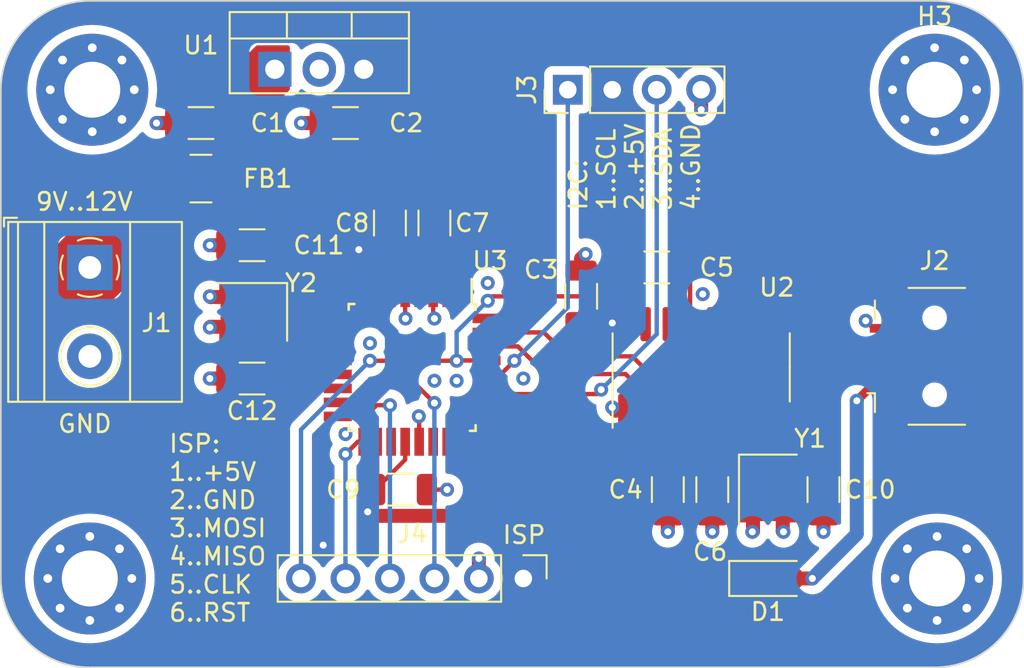
<source format=kicad_pcb>
(kicad_pcb (version 20221018) (generator pcbnew)
  (layers (0 "F.Cu" signal) (1 "In1.Cu" power) (2 "In2.Cu" power) (31 "B.Cu" signal) (34 "B.Paste" user) (35 "F.Paste" user) (36 "B.SilkS" user "B.Silkscreen") (37 "F.SilkS" user "F.Silkscreen") (38 "B.Mask" user) (39 "F.Mask" user) (44 "Edge.Cuts" user))
  (net 0 "")
  (net 1 "+9V")
  (net 2 "GNDREF")
  (net 3 "+5V")
  (net 4 "Net-(U2-V3)")
  (net 5 "Net-(U2-~{DTR})")
  (net 6 "RST")
  (net 7 "Net-(U2-XI)")
  (net 8 "Net-(U2-XO)")
  (net 9 "Net-(U3-XTAL1{slash}PB6)")
  (net 10 "Net-(U3-XTAL2{slash}PB7)")
  (net 11 "+VDC")
  (net 12 "D-")
  (net 13 "D+")
  (net 16 "TX-RX")
  (net 17 "RX-TX")
  (net 39 "USB+5V")
  (net 40 "SCL")
  (net 41 "SDA")
  (net 42 "MOSI")
  (net 43 "MISO")
  (net 44 "SCK")
  (footprint "Capacitor_SMD:C_1206_3216Metric" (layer "F.Cu") (at 121.285 106.68 90)
    (fp_text reference "C7" (at 0 2.159 180) (layer "F.SilkS"))
    (fp_text value "100n")
    (fp_line (start -0.711252 -0.91) (end 0.711252 -0.91) (stroke (width 0.12)) (layer "F.SilkS"))
    (fp_line (start -0.711252 0.91) (end 0.711252 0.91) (stroke (width 0.12)) (layer "F.SilkS"))
    (pad "1" smd roundrect (at -1.475 0 90) (size 1.15 1.8) (layers "F.Cu" "F.Paste" "F.Mask") (roundrect_rratio 0.217391) (net 3 "+5V"))
    (pad "2" smd roundrect (at 1.475 0 90) (size 1.15 1.8) (layers "F.Cu" "F.Paste" "F.Mask") (roundrect_rratio 0.217391) (net 2 "GNDREF"))
  )
  (footprint "Capacitor_SMD:C_1206_3216Metric" (layer "F.Cu") (at 118.745 106.68 90)
    (fp_text reference "C8" (at 0 -2.159 180) (layer "F.SilkS"))
    (fp_text value "100n")
    (fp_line (start -0.711252 -0.91) (end 0.711252 -0.91) (stroke (width 0.12)) (layer "F.SilkS"))
    (fp_line (start -0.711252 0.91) (end 0.711252 0.91) (stroke (width 0.12)) (layer "F.SilkS"))
    (pad "1" smd roundrect (at -1.475 0 90) (size 1.15 1.8) (layers "F.Cu" "F.Paste" "F.Mask") (roundrect_rratio 0.217391) (net 3 "+5V"))
    (pad "2" smd roundrect (at 1.475 0 90) (size 1.15 1.8) (layers "F.Cu" "F.Paste" "F.Mask") (roundrect_rratio 0.217391) (net 2 "GNDREF"))
  )
  (footprint "Capacitor_SMD:C_1206_3216Metric" (layer "F.Cu") (at 134.62 121.92 -90)
    (fp_text reference "C4" (at 0 2.413 -180) (layer "F.SilkS"))
    (fp_text value "100n")
    (fp_line (start -0.711252 -0.91) (end 0.711252 -0.91) (stroke (width 0.12)) (layer "F.SilkS"))
    (fp_line (start -0.711252 0.91) (end 0.711252 0.91) (stroke (width 0.12)) (layer "F.SilkS"))
    (pad "1" smd roundrect (at -1.475 0 270) (size 1.15 1.8) (layers "F.Cu" "F.Paste" "F.Mask") (roundrect_rratio 0.217391) (net 4 "Net-(U2-V3)"))
    (pad "2" smd roundrect (at 1.475 0 270) (size 1.15 1.8) (layers "F.Cu" "F.Paste" "F.Mask") (roundrect_rratio 0.217391) (net 2 "GNDREF"))
  )
  (footprint "Capacitor_SMD:C_1206_3216Metric" (layer "F.Cu") (at 137.16 121.92 -90)
    (fp_text reference "C6" (at 3.556 0.127 -180) (layer "F.SilkS"))
    (fp_text value "33p")
    (fp_line (start -0.711252 -0.91) (end 0.711252 -0.91) (stroke (width 0.12)) (layer "F.SilkS"))
    (fp_line (start -0.711252 0.91) (end 0.711252 0.91) (stroke (width 0.12)) (layer "F.SilkS"))
    (pad "1" smd roundrect (at -1.475 0 270) (size 1.15 1.8) (layers "F.Cu" "F.Paste" "F.Mask") (roundrect_rratio 0.217391) (net 7 "Net-(U2-XI)"))
    (pad "2" smd roundrect (at 1.475 0 270) (size 1.15 1.8) (layers "F.Cu" "F.Paste" "F.Mask") (roundrect_rratio 0.217391) (net 2 "GNDREF"))
  )
  (footprint "MountingHole:MountingHole_3.2mm_M3_Pad_Via" (layer "F.Cu") (at 101.6 127)
    (fp_text reference "H2" hide)
    (fp_text value "MountingHole_Pad" hide)
    (pad "1" thru_hole circle (at -2.4 0) (size 0.8 0.8) (drill 0.5) (layers "*.Cu" "*.Mask") (net 2 "GNDREF"))
    (pad "1" thru_hole circle (at -1.697056 -1.697056) (size 0.8 0.8) (drill 0.5) (layers "*.Cu" "*.Mask") (net 2 "GNDREF"))
    (pad "1" thru_hole circle (at -1.697056 1.697056) (size 0.8 0.8) (drill 0.5) (layers "*.Cu" "*.Mask") (net 2 "GNDREF"))
    (pad "1" thru_hole circle (at 0 -2.4) (size 0.8 0.8) (drill 0.5) (layers "*.Cu" "*.Mask") (net 2 "GNDREF"))
    (pad "1" thru_hole circle (at 0 0) (size 6.4 6.4) (drill 3.2) (layers "*.Cu" "*.Mask") (net 2 "GNDREF"))
    (pad "1" thru_hole circle (at 0 2.4) (size 0.8 0.8) (drill 0.5) (layers "*.Cu" "*.Mask") (net 2 "GNDREF"))
    (pad "1" thru_hole circle (at 1.697056 -1.697056) (size 0.8 0.8) (drill 0.5) (layers "*.Cu" "*.Mask") (net 2 "GNDREF"))
    (pad "1" thru_hole circle (at 1.697056 1.697056) (size 0.8 0.8) (drill 0.5) (layers "*.Cu" "*.Mask") (net 2 "GNDREF"))
    (pad "1" thru_hole circle (at 2.4 0) (size 0.8 0.8) (drill 0.5) (layers "*.Cu" "*.Mask") (net 2 "GNDREF"))
  )
  (footprint "Capacitor_SMD:C_1206_3216Metric" (layer "F.Cu") (at 107.95 100.965 180)
    (fp_text reference "C1" (at -3.81 0) (layer "F.SilkS"))
    (fp_text value "330n")
    (fp_line (start -0.711252 -0.91) (end 0.711252 -0.91) (stroke (width 0.12)) (layer "F.SilkS"))
    (fp_line (start -0.711252 0.91) (end 0.711252 0.91) (stroke (width 0.12)) (layer "F.SilkS"))
    (pad "1" smd roundrect (at -1.475 0 180) (size 1.15 1.8) (layers "F.Cu" "F.Paste" "F.Mask") (roundrect_rratio 0.217391) (net 1 "+9V"))
    (pad "2" smd roundrect (at 1.475 0 180) (size 1.15 1.8) (layers "F.Cu" "F.Paste" "F.Mask") (roundrect_rratio 0.217391) (net 2 "GNDREF"))
  )
  (footprint "MountingHole:MountingHole_3.2mm_M3_Pad_Via" (layer "F.Cu") (at 101.74 99.06)
    (fp_text reference "H1" hide)
    (fp_text value "MountingHole_Pad" hide)
    (pad "1" thru_hole circle (at -2.4 0) (size 0.8 0.8) (drill 0.5) (layers "*.Cu" "*.Mask") (net 2 "GNDREF"))
    (pad "1" thru_hole circle (at -1.697056 -1.697056) (size 0.8 0.8) (drill 0.5) (layers "*.Cu" "*.Mask") (net 2 "GNDREF"))
    (pad "1" thru_hole circle (at -1.697056 1.697056) (size 0.8 0.8) (drill 0.5) (layers "*.Cu" "*.Mask") (net 2 "GNDREF"))
    (pad "1" thru_hole circle (at 0 -2.4) (size 0.8 0.8) (drill 0.5) (layers "*.Cu" "*.Mask") (net 2 "GNDREF"))
    (pad "1" thru_hole circle (at 0 0) (size 6.4 6.4) (drill 3.2) (layers "*.Cu" "*.Mask") (net 2 "GNDREF"))
    (pad "1" thru_hole circle (at 0 2.4) (size 0.8 0.8) (drill 0.5) (layers "*.Cu" "*.Mask") (net 2 "GNDREF"))
    (pad "1" thru_hole circle (at 1.697056 -1.697056) (size 0.8 0.8) (drill 0.5) (layers "*.Cu" "*.Mask") (net 2 "GNDREF"))
    (pad "1" thru_hole circle (at 1.697056 1.697056) (size 0.8 0.8) (drill 0.5) (layers "*.Cu" "*.Mask") (net 2 "GNDREF"))
    (pad "1" thru_hole circle (at 2.4 0) (size 0.8 0.8) (drill 0.5) (layers "*.Cu" "*.Mask") (net 2 "GNDREF"))
  )
  (footprint "Capacitor_SMD:C_1206_3216Metric" (layer "F.Cu") (at 119.38 121.92)
    (fp_text reference "C9" (at -3.302 0) (layer "F.SilkS"))
    (fp_text value "100n")
    (fp_line (start -0.711252 -0.91) (end 0.711252 -0.91) (stroke (width 0.12)) (layer "F.SilkS"))
    (fp_line (start -0.711252 0.91) (end 0.711252 0.91) (stroke (width 0.12)) (layer "F.SilkS"))
    (pad "1" smd roundrect (at -1.475 0) (size 1.15 1.8) (layers "F.Cu" "F.Paste" "F.Mask") (roundrect_rratio 0.217391) (net 3 "+5V"))
    (pad "2" smd roundrect (at 1.475 0) (size 1.15 1.8) (layers "F.Cu" "F.Paste" "F.Mask") (roundrect_rratio 0.217391) (net 2 "GNDREF"))
  )
  (footprint "Connector_USB:USB_Mini-B_Lumberg_2486_01_Horizontal" (layer "F.Cu") (at 149.86 114.3 90)
    (fp_text reference "J2" (at 5.461 0 180) (layer "F.SilkS"))
    (fp_text value "USB_B_Mini")
    (fp_line (start -3.91 1.74) (end -3.91 -1.49) (stroke (width 0.12)) (layer "F.SilkS"))
    (fp_line (start -3.19 -3.41) (end -2.11 -3.41) (stroke (width 0.12)) (layer "F.SilkS"))
    (fp_line (start -2.11 -3.41) (end -2.11 -3.84) (stroke (width 0.12)) (layer "F.SilkS"))
    (fp_line (start 2.11 -3.41) (end 3.19 -3.41) (stroke (width 0.12)) (layer "F.SilkS"))
    (fp_line (start 3.91 1.74) (end 3.91 -1.49) (stroke (width 0.12)) (layer "F.SilkS"))
    (pad "" np_thru_hole circle (at -2.2 0 90) (size 1 1) (drill 1) (layers "*.Cu" "*.Mask"))
    (pad "" np_thru_hole circle (at 2.2 0 90) (size 1 1) (drill 1) (layers "*.Cu" "*.Mask"))
    (pad "1" smd rect (at -1.6 -2.7 90) (size 0.5 2) (layers "F.Cu" "F.Paste" "F.Mask") (net 39 "USB+5V"))
    (pad "2" smd rect (at -0.8 -2.7 90) (size 0.5 2) (layers "F.Cu" "F.Paste" "F.Mask") (net 12 "D-"))
    (pad "3" smd rect (at 0 -2.7 90) (size 0.5 2) (layers "F.Cu" "F.Paste" "F.Mask") (net 13 "D+"))
    (pad "4" smd rect (at 0.8 -2.7 90) (size 0.5 2) (layers "F.Cu" "F.Paste" "F.Mask"))
    (pad "5" smd rect (at 1.6 -2.7 90) (size 0.5 2) (layers "F.Cu" "F.Paste" "F.Mask") (net 2 "GNDREF"))
    (pad "6" smd rect (at -4.45 -2.6 90) (size 2 1.7) (layers "F.Cu" "F.Paste" "F.Mask"))
    (pad "6" smd rect (at -4.45 2.85 90) (size 2 1.7) (layers "F.Cu" "F.Paste" "F.Mask"))
    (pad "6" smd rect (at 4.45 -2.6 90) (size 2 1.7) (layers "F.Cu" "F.Paste" "F.Mask"))
    (pad "6" smd rect (at 4.45 2.85 90) (size 2 1.7) (layers "F.Cu" "F.Paste" "F.Mask"))
  )
  (footprint "Capacitor_SMD:C_1206_3216Metric" (layer "F.Cu") (at 110.871 107.95 180)
    (fp_text reference "C11" (at -3.81 0) (layer "F.SilkS"))
    (fp_text value "15p")
    (fp_line (start -0.711252 -0.91) (end 0.711252 -0.91) (stroke (width 0.12)) (layer "F.SilkS"))
    (fp_line (start -0.711252 0.91) (end 0.711252 0.91) (stroke (width 0.12)) (layer "F.SilkS"))
    (pad "1" smd roundrect (at -1.475 0 180) (size 1.15 1.8) (layers "F.Cu" "F.Paste" "F.Mask") (roundrect_rratio 0.217391) (net 9 "Net-(U3-XTAL1{slash}PB6)"))
    (pad "2" smd roundrect (at 1.475 0 180) (size 1.15 1.8) (layers "F.Cu" "F.Paste" "F.Mask") (roundrect_rratio 0.217391) (net 2 "GNDREF"))
  )
  (footprint "Connector_PinHeader_2.54mm:PinHeader_1x04_P2.54mm_Vertical" (layer "F.Cu") (at 128.905 99.06 90)
    (fp_text reference "J3" (at 0 -2.33 90) (layer "F.SilkS"))
    (fp_text value "I2C")
    (fp_line (start -1.33 -1.33) (end 0 -1.33) (stroke (width 0.12)) (layer "F.SilkS"))
    (fp_line (start -1.33 0) (end -1.33 -1.33) (stroke (width 0.12)) (layer "F.SilkS"))
    (fp_line (start -1.33 1.27) (end -1.33 8.95) (stroke (width 0.12)) (layer "F.SilkS"))
    (fp_line (start -1.33 1.27) (end 1.33 1.27) (stroke (width 0.12)) (layer "F.SilkS"))
    (fp_line (start -1.33 8.95) (end 1.33 8.95) (stroke (width 0.12)) (layer "F.SilkS"))
    (fp_line (start 1.33 1.27) (end 1.33 8.95) (stroke (width 0.12)) (layer "F.SilkS"))
    (pad "1" thru_hole rect (at 0 0 90) (size 1.7 1.7) (drill 1) (layers "*.Cu" "*.Mask") (net 40 "SCL"))
    (pad "2" thru_hole oval (at 0 2.54 90) (size 1.7 1.7) (drill 1) (layers "*.Cu" "*.Mask") (net 3 "+5V"))
    (pad "3" thru_hole oval (at 0 5.08 90) (size 1.7 1.7) (drill 1) (layers "*.Cu" "*.Mask") (net 41 "SDA"))
    (pad "4" thru_hole oval (at 0 7.62 90) (size 1.7 1.7) (drill 1) (layers "*.Cu" "*.Mask") (net 2 "GNDREF"))
  )
  (footprint "MountingHole:MountingHole_3.2mm_M3_Pad_Via" (layer "F.Cu") (at 149.86 99.06)
    (fp_text reference "H3" (at 0 -4.2) (layer "F.SilkS"))
    (fp_text value "MountingHole_Pad" hide)
    (pad "1" thru_hole circle (at -2.4 0) (size 0.8 0.8) (drill 0.5) (layers "*.Cu" "*.Mask") (net 2 "GNDREF"))
    (pad "1" thru_hole circle (at -1.697056 -1.697056) (size 0.8 0.8) (drill 0.5) (layers "*.Cu" "*.Mask") (net 2 "GNDREF"))
    (pad "1" thru_hole circle (at -1.697056 1.697056) (size 0.8 0.8) (drill 0.5) (layers "*.Cu" "*.Mask") (net 2 "GNDREF"))
    (pad "1" thru_hole circle (at 0 -2.4) (size 0.8 0.8) (drill 0.5) (layers "*.Cu" "*.Mask") (net 2 "GNDREF"))
    (pad "1" thru_hole circle (at 0 0) (size 6.4 6.4) (drill 3.2) (layers "*.Cu" "*.Mask") (net 2 "GNDREF"))
    (pad "1" thru_hole circle (at 0 2.4) (size 0.8 0.8) (drill 0.5) (layers "*.Cu" "*.Mask") (net 2 "GNDREF"))
    (pad "1" thru_hole circle (at 1.697056 -1.697056) (size 0.8 0.8) (drill 0.5) (layers "*.Cu" "*.Mask") (net 2 "GNDREF"))
    (pad "1" thru_hole circle (at 1.697056 1.697056) (size 0.8 0.8) (drill 0.5) (layers "*.Cu" "*.Mask") (net 2 "GNDREF"))
    (pad "1" thru_hole circle (at 2.4 0) (size 0.8 0.8) (drill 0.5) (layers "*.Cu" "*.Mask") (net 2 "GNDREF"))
  )
  (footprint "Capacitor_SMD:C_1206_3216Metric" (layer "F.Cu") (at 110.871 115.57 180)
    (fp_text reference "C12" (at 0 -1.85) (layer "F.SilkS"))
    (fp_text value "15p")
    (fp_line (start -0.711252 -0.91) (end 0.711252 -0.91) (stroke (width 0.12)) (layer "F.SilkS"))
    (fp_line (start -0.711252 0.91) (end 0.711252 0.91) (stroke (width 0.12)) (layer "F.SilkS"))
    (pad "1" smd roundrect (at -1.475 0 180) (size 1.15 1.8) (layers "F.Cu" "F.Paste" "F.Mask") (roundrect_rratio 0.217391) (net 10 "Net-(U3-XTAL2{slash}PB7)"))
    (pad "2" smd roundrect (at 1.475 0 180) (size 1.15 1.8) (layers "F.Cu" "F.Paste" "F.Mask") (roundrect_rratio 0.217391) (net 2 "GNDREF"))
  )
  (footprint "Inductor_SMD:L_1210_3225Metric" (layer "F.Cu") (at 107.95 104.14)
    (fp_text reference "FB1" (at 3.81 0) (layer "F.SilkS"))
    (fp_text value "FerriteBead")
    (fp_line (start -0.602064 -1.36) (end 0.602064 -1.36) (stroke (width 0.12)) (layer "F.SilkS"))
    (fp_line (start -0.602064 1.36) (end 0.602064 1.36) (stroke (width 0.12)) (layer "F.SilkS"))
    (pad "1" smd roundrect (at -1.4 0) (size 1.25 2.65) (layers "F.Cu" "F.Paste" "F.Mask") (roundrect_rratio 0.2) (net 11 "+VDC"))
    (pad "2" smd roundrect (at 1.4 0) (size 1.25 2.65) (layers "F.Cu" "F.Paste" "F.Mask") (roundrect_rratio 0.2) (net 1 "+9V"))
  )
  (footprint "Connector_PinHeader_2.54mm:PinHeader_1x06_P2.54mm_Vertical" (layer "F.Cu") (at 126.365 127 -90)
    (fp_text reference "J4" (at -2.54 6.35) (layer "F.SilkS"))
    (fp_text value "SPI")
    (fp_line (start -1.33 -1.33) (end 0 -1.33) (stroke (width 0.12)) (layer "F.SilkS"))
    (fp_line (start -1.33 0) (end -1.33 -1.33) (stroke (width 0.12)) (layer "F.SilkS"))
    (fp_line (start -1.33 1.27) (end -1.33 14.03) (stroke (width 0.12)) (layer "F.SilkS"))
    (fp_line (start -1.33 1.27) (end 1.33 1.27) (stroke (width 0.12)) (layer "F.SilkS"))
    (fp_line (start -1.33 14.03) (end 1.33 14.03) (stroke (width 0.12)) (layer "F.SilkS"))
    (fp_line (start 1.33 1.27) (end 1.33 14.03) (stroke (width 0.12)) (layer "F.SilkS"))
    (pad "1" thru_hole rect (at 0 0 270) (size 1.7 1.7) (drill 1) (layers "*.Cu" "*.Mask") (net 3 "+5V"))
    (pad "2" thru_hole oval (at 0 2.54 270) (size 1.7 1.7) (drill 1) (layers "*.Cu" "*.Mask") (net 2 "GNDREF"))
    (pad "3" thru_hole oval (at 0 5.08 270) (size 1.7 1.7) (drill 1) (layers "*.Cu" "*.Mask") (net 42 "MOSI"))
    (pad "4" thru_hole oval (at 0 7.62 270) (size 1.7 1.7) (drill 1) (layers "*.Cu" "*.Mask") (net 43 "MISO"))
    (pad "5" thru_hole oval (at 0 10.16 270) (size 1.7 1.7) (drill 1) (layers "*.Cu" "*.Mask") (net 44 "SCK"))
    (pad "6" thru_hole oval (at 0 12.7 270) (size 1.7 1.7) (drill 1) (layers "*.Cu" "*.Mask") (net 6 "RST"))
  )
  (footprint "Crystal:Crystal_SMD_3225-4Pin_3.2x2.5mm" (layer "F.Cu") (at 140.335 121.92 -90)
    (fp_text reference "Y1" (at -2.921 -2.413 -180) (layer "F.SilkS"))
    (fp_text value "12MHz")
    (fp_line (start -2 -1.65) (end -2 1.65) (stroke (width 0.12)) (layer "F.SilkS"))
    (fp_line (start -2 1.65) (end 2 1.65) (stroke (width 0.12)) (layer "F.SilkS"))
    (pad "1" smd rect (at -1.1 0.85 270) (size 1.4 1.2) (layers "F.Cu" "F.Paste" "F.Mask") (net 7 "Net-(U2-XI)"))
    (pad "2" smd rect (at 1.1 0.85 270) (size 1.4 1.2) (layers "F.Cu" "F.Paste" "F.Mask") (net 2 "GNDREF"))
    (pad "3" smd rect (at 1.1 -0.85 270) (size 1.4 1.2) (layers "F.Cu" "F.Paste" "F.Mask") (net 2 "GNDREF"))
    (pad "4" smd rect (at -1.1 -0.85 270) (size 1.4 1.2) (layers "F.Cu" "F.Paste" "F.Mask") (net 8 "Net-(U2-XO)"))
  )
  (footprint "Capacitor_SMD:C_1206_3216Metric" (layer "F.Cu") (at 143.51 121.92 -90)
    (fp_text reference "C10" (at 0 -2.667 -180) (layer "F.SilkS"))
    (fp_text value "33p")
    (fp_line (start -0.711252 -0.91) (end 0.711252 -0.91) (stroke (width 0.12)) (layer "F.SilkS"))
    (fp_line (start -0.711252 0.91) (end 0.711252 0.91) (stroke (width 0.12)) (layer "F.SilkS"))
    (pad "1" smd roundrect (at -1.475 0 270) (size 1.15 1.8) (layers "F.Cu" "F.Paste" "F.Mask") (roundrect_rratio 0.217391) (net 8 "Net-(U2-XO)"))
    (pad "2" smd roundrect (at 1.475 0 270) (size 1.15 1.8) (layers "F.Cu" "F.Paste" "F.Mask") (roundrect_rratio 0.217391) (net 2 "GNDREF"))
  )
  (footprint "TerminalBlock_Phoenix:TerminalBlock_Phoenix_MKDS-1,5-2-5.08_1x02_P5.08mm_Horizontal" (layer "F.Cu") (at 101.6 109.22 -90)
    (fp_text reference "J1" (at 3.175 -3.81 -180) (layer "F.SilkS"))
    (fp_text value "POWER")
    (fp_line (start -2.84 4.16) (end -2.84 4.9) (stroke (width 0.12)) (layer "F.SilkS"))
    (fp_line (start -2.84 4.9) (end -2.34 4.9) (stroke (width 0.12)) (layer "F.SilkS"))
    (fp_line (start -2.6 -5.261) (end -2.6 4.66) (stroke (width 0.12)) (layer "F.SilkS"))
    (fp_line (start -2.6 -5.261) (end 7.68 -5.261) (stroke (width 0.12)) (layer "F.SilkS"))
    (fp_line (start -2.6 -2.301) (end 7.68 -2.301) (stroke (width 0.12)) (layer "F.SilkS"))
    (fp_line (start -2.6 2.6) (end 7.68 2.6) (stroke (width 0.12)) (layer "F.SilkS"))
    (fp_line (start -2.6 4.1) (end 7.68 4.1) (stroke (width 0.12)) (layer "F.SilkS"))
    (fp_line (start -2.6 4.66) (end 7.68 4.66) (stroke (width 0.12)) (layer "F.SilkS"))
    (fp_line (start 3.853 1.023) (end 3.806 1.069) (stroke (width 0.12)) (layer "F.SilkS"))
    (fp_line (start 4.046 1.239) (end 4.011 1.274) (stroke (width 0.12)) (layer "F.SilkS"))
    (fp_line (start 6.15 -1.275) (end 6.115 -1.239) (stroke (width 0.12)) (layer "F.SilkS"))
    (fp_line (start 6.355 -1.069) (end 6.308 -1.023) (stroke (width 0.12)) (layer "F.SilkS"))
    (fp_line (start 7.68 -5.261) (end 7.68 4.66) (stroke (width 0.12)) (layer "F.SilkS"))
    (fp_arc (start -1.535427 0.683042) (mid -1.680501 -0.000524) (end -1.535 -0.684) (stroke (width 0.12)) (layer "F.SilkS"))
    (fp_arc (start -0.683042 -1.535427) (mid 0.000524 -1.680501) (end 0.684 -1.535) (stroke (width 0.12)) (layer "F.SilkS"))
    (fp_arc (start 0.028805 1.680253) (mid -0.335551 1.646659) (end -0.684 1.535) (stroke (width 0.12)) (layer "F.SilkS"))
    (fp_arc (start 0.683318 1.534756) (mid 0.349292 1.643288) (end 0 1.68) (stroke (width 0.12)) (layer "F.SilkS"))
    (fp_arc (start 1.535427 -0.683042) (mid 1.680501 0.000524) (end 1.535 0.684) (stroke (width 0.12)) (layer "F.SilkS"))
    (fp_circle (center 5.08 0) (end 6.76 0) (stroke (width 0.12)) (fill none) (layer "F.SilkS"))
    (pad "1" thru_hole rect (at 0 0 270) (size 2.6 2.6) (drill 1.3) (layers "*.Cu" "*.Mask") (net 11 "+VDC"))
    (pad "2" thru_hole circle (at 5.08 0 270) (size 2.6 2.6) (drill 1.3) (layers "*.Cu" "*.Mask") (net 2 "GNDREF"))
  )
  (footprint "Package_SO:SOIC-16_3.9x9.9mm_P1.27mm" (layer "F.Cu") (at 136.525 114.935 90)
    (fp_text reference "U2" (at 4.572 4.318 180) (layer "F.SilkS"))
    (fp_text value "CH340G")
    (fp_line (start 0 -5.06) (end -3.45 -5.06) (stroke (width 0.12)) (layer "F.SilkS"))
    (fp_line (start 0 -5.06) (end 1.95 -5.06) (stroke (width 0.12)) (layer "F.SilkS"))
    (fp_line (start 0 5.06) (end -1.95 5.06) (stroke (width 0.12)) (layer "F.SilkS"))
    (fp_line (start 0 5.06) (end 1.95 5.06) (stroke (width 0.12)) (layer "F.SilkS"))
    (pad "1" smd roundrect (at -2.475 -4.445 90) (size 1.95 0.6) (layers "F.Cu" "F.Paste" "F.Mask") (net 2 "GNDREF"))
    (pad "2" smd roundrect (at -2.475 -3.175 90) (size 1.95 0.6) (layers "F.Cu" "F.Paste" "F.Mask") (net 16 "TX-RX"))
    (pad "3" smd roundrect (at -2.475 -1.905 90) (size 1.95 0.6) (layers "F.Cu" "F.Paste" "F.Mask") (net 17 "RX-TX"))
    (pad "4" smd roundrect (at -2.475 -0.635 90) (size 1.95 0.6) (layers "F.Cu" "F.Paste" "F.Mask") (net 4 "Net-(U2-V3)"))
    (pad "5" smd roundrect (at -2.475 0.635 90) (size 1.95 0.6) (layers "F.Cu" "F.Paste" "F.Mask") (net 13 "D+"))
    (pad "6" smd roundrect (at -2.475 1.905 90) (size 1.95 0.6) (layers "F.Cu" "F.Paste" "F.Mask") (net 12 "D-"))
    (pad "7" smd roundrect (at -2.475 3.175 90) (size 1.95 0.6) (layers "F.Cu" "F.Paste" "F.Mask") (net 7 "Net-(U2-XI)"))
    (pad "8" smd roundrect (at -2.475 4.445 90) (size 1.95 0.6) (layers "F.Cu" "F.Paste" "F.Mask") (net 8 "Net-(U2-XO)"))
    (pad "9" smd roundrect (at 2.475 4.445 90) (size 1.95 0.6) (layers "F.Cu" "F.Paste" "F.Mask"))
    (pad "10" smd roundrect (at 2.475 3.175 90) (size 1.95 0.6) (layers "F.Cu" "F.Paste" "F.Mask"))
    (pad "11" smd roundrect (at 2.475 1.905 90) (size 1.95 0.6) (layers "F.Cu" "F.Paste" "F.Mask"))
    (pad "12" smd roundrect (at 2.475 0.635 90) (size 1.95 0.6) (layers "F.Cu" "F.Paste" "F.Mask"))
    (pad "13" smd roundrect (at 2.475 -0.635 90) (size 1.95 0.6) (layers "F.Cu" "F.Paste" "F.Mask") (net 5 "Net-(U2-~{DTR})"))
    (pad "14" smd roundrect (at 2.475 -1.905 90) (size 1.95 0.6) (layers "F.Cu" "F.Paste" "F.Mask"))
    (pad "15" smd roundrect (at 2.475 -3.175 90) (size 1.95 0.6) (layers "F.Cu" "F.Paste" "F.Mask"))
    (pad "16" smd roundrect (at 2.475 -4.445 90) (size 1.95 0.6) (layers "F.Cu" "F.Paste" "F.Mask") (net 3 "+5V"))
  )
  (footprint "Capacitor_SMD:C_1206_3216Metric" (layer "F.Cu") (at 116.205 100.965 180)
    (fp_text reference "C2" (at -3.466166 0) (layer "F.SilkS"))
    (fp_text value "330n")
    (fp_line (start -0.711252 -0.91) (end 0.711252 -0.91) (stroke (width 0.12)) (layer "F.SilkS"))
    (fp_line (start -0.711252 0.91) (end 0.711252 0.91) (stroke (width 0.12)) (layer "F.SilkS"))
    (pad "1" smd roundrect (at -1.475 0 180) (size 1.15 1.8) (layers "F.Cu" "F.Paste" "F.Mask") (roundrect_rratio 0.217391) (net 3 "+5V"))
    (pad "2" smd roundrect (at 1.475 0 180) (size 1.15 1.8) (layers "F.Cu" "F.Paste" "F.Mask") (roundrect_rratio 0.217391) (net 2 "GNDREF"))
  )
  (footprint "Capacitor_SMD:C_1206_3216Metric" (layer "F.Cu") (at 133.985 109.22 180)
    (fp_text reference "C5" (at -3.429 0 180) (layer "F.SilkS"))
    (fp_text value "100n")
    (fp_line (start -0.711252 -0.91) (end 0.711252 -0.91) (stroke (width 0.12)) (layer "F.SilkS"))
    (fp_line (start -0.711252 0.91) (end 0.711252 0.91) (stroke (width 0.12)) (layer "F.SilkS"))
    (pad "1" smd roundrect (at -1.475 0 180) (size 1.15 1.8) (layers "F.Cu" "F.Paste" "F.Mask") (roundrect_rratio 0.217391) (net 5 "Net-(U2-~{DTR})"))
    (pad "2" smd roundrect (at 1.475 0 180) (size 1.15 1.8) (layers "F.Cu" "F.Paste" "F.Mask") (roundrect_rratio 0.217391) (net 6 "RST"))
  )
  (footprint "Capacitor_SMD:C_1206_3216Metric" (layer "F.Cu") (at 129.667 110.871 90)
    (fp_text reference "C3" (at 1.524 -2.286 180) (layer "F.SilkS"))
    (fp_text value "100n")
    (fp_line (start -0.711252 -0.91) (end 0.711252 -0.91) (stroke (width 0.12)) (layer "F.SilkS"))
    (fp_line (start -0.711252 0.91) (end 0.711252 0.91) (stroke (width 0.12)) (layer "F.SilkS"))
    (pad "1" smd roundrect (at -1.475 0 90) (size 1.15 1.8) (layers "F.Cu" "F.Paste" "F.Mask") (roundrect_rratio 0.217391) (net 3 "+5V"))
    (pad "2" smd roundrect (at 1.475 0 90) (size 1.15 1.8) (layers "F.Cu" "F.Paste" "F.Mask") (roundrect_rratio 0.217391) (net 2 "GNDREF"))
  )
  (footprint "Package_QFP:TQFP-32_7x7mm_P0.8mm" (layer "F.Cu") (at 120.015 114.935 -90)
    (fp_text reference "U3" (at -6.096 -4.445 -180) (layer "F.SilkS"))
    (fp_text value "ATmega328P-A")
    (fp_line (start -3.625 -3.625) (end -3.625 -3.4) (stroke (width 0.15)) (layer "F.SilkS"))
    (fp_line (start -3.625 -3.625) (end -3.3 -3.625) (stroke (width 0.15)) (layer "F.SilkS"))
    (fp_line (start -3.625 -3.4) (end -5.05 -3.4) (stroke (width 0.15)) (layer "F.SilkS"))
    (fp_line (start -3.625 3.625) (end -3.625 3.3) (stroke (width 0.15)) (layer "F.SilkS"))
    (fp_line (start -3.625 3.625) (end -3.3 3.625) (stroke (width 0.15)) (layer "F.SilkS"))
    (fp_line (start 3.625 -3.625) (end 3.3 -3.625) (stroke (width 0.15)) (layer "F.SilkS"))
    (fp_line (start 3.625 -3.625) (end 3.625 -3.3) (stroke (width 0.15)) (layer "F.SilkS"))
    (fp_line (start 3.625 3.625) (end 3.3 3.625) (stroke (width 0.15)) (layer "F.SilkS"))
    (fp_line (start 3.625 3.625) (end 3.625 3.3) (stroke (width 0.15)) (layer "F.SilkS"))
    (pad "1" smd rect (at -4.25 -2.8 270) (size 1.6 0.55) (layers "F.Cu" "F.Paste" "F.Mask"))
    (pad "2" smd rect (at -4.25 -2 270) (size 1.6 0.55) (layers "F.Cu" "F.Paste" "F.Mask"))
    (pad "3" smd rect (at -4.25 -1.2 270) (size 1.6 0.55) (layers "F.Cu" "F.Paste" "F.Mask") (net 2 "GNDREF"))
    (pad "4" smd rect (at -4.25 -0.4 270) (size 1.6 0.55) (layers "F.Cu" "F.Paste" "F.Mask") (net 3 "+5V"))
    (pad "5" smd rect (at -4.25 0.4 270) (size 1.6 0.55) (layers "F.Cu" "F.Paste" "F.Mask") (net 2 "GNDREF"))
    (pad "6" smd rect (at -4.25 1.2 270) (size 1.6 0.55) (layers "F.Cu" "F.Paste" "F.Mask") (net 3 "+5V"))
    (pad "7" smd rect (at -4.25 2 270) (size 1.6 0.55) (layers "F.Cu" "F.Paste" "F.Mask") (net 9 "Net-(U3-XTAL1{slash}PB6)"))
    (pad "8" smd rect (at -4.25 2.8 270) (size 1.6 0.55) (layers "F.Cu" "F.Paste" "F.Mask") (net 10 "Net-(U3-XTAL2{slash}PB7)"))
    (pad "9" smd rect (at -2.8 4.25) (size 1.6 0.55) (layers "F.Cu" "F.Paste" "F.Mask"))
    (pad "10" smd rect (at -2 4.25) (size 1.6 0.55) (layers "F.Cu" "F.Paste" "F.Mask"))
    (pad "11" smd rect (at -1.2 4.25) (size 1.6 0.55) (layers "F.Cu" "F.Paste" "F.Mask"))
    (pad "12" smd rect (at -0.4 4.25) (size 1.6 0.55) (layers "F.Cu" "F.Paste" "F.Mask"))
    (pad "13" smd rect (at 0.4 4.25) (size 1.6 0.55) (layers "F.Cu" "F.Paste" "F.Mask"))
    (pad "14" smd rect (at 1.2 4.25) (size 1.6 0.55) (layers "F.Cu" "F.Paste" "F.Mask"))
    (pad "15" smd rect (at 2 4.25) (size 1.6 0.55) (layers "F.Cu" "F.Paste" "F.Mask") (net 42 "MOSI"))
    (pad "16" smd rect (at 2.8 4.25) (size 1.6 0.55) (layers "F.Cu" "F.Paste" "F.Mask") (net 43 "MISO"))
    (pad "17" smd rect (at 4.25 2.8 270) (size 1.6 0.55) (layers "F.Cu" "F.Paste" "F.Mask") (net 44 "SCK"))
    (pad "18" smd rect (at 4.25 2 270) (size 1.6 0.55) (layers "F.Cu" "F.Paste" "F.Mask") (net 3 "+5V"))
    (pad "19" smd rect (at 4.25 1.2 270) (size 1.6 0.55) (layers "F.Cu" "F.Paste" "F.Mask"))
    (pad "20" smd rect (at 4.25 0.4 270) (size 1.6 0.55) (layers "F.Cu" "F.Paste" "F.Mask") (net 3 "+5V"))
    (pad "21" smd rect (at 4.25 -0.4 270) (size 1.6 0.55) (layers "F.Cu" "F.Paste" "F.Mask") (net 2 "GNDREF"))
    (pad "22" smd rect (at 4.25 -1.2 270) (size 1.6 0.55) (layers "F.Cu" "F.Paste" "F.Mask"))
    (pad "23" smd rect (at 4.25 -2 270) (size 1.6 0.55) (layers "F.Cu" "F.Paste" "F.Mask"))
    (pad "24" smd rect (at 4.25 -2.8 270) (size 1.6 0.55) (layers "F.Cu" "F.Paste" "F.Mask"))
    (pad "25" smd rect (at 2.8 -4.25) (size 1.6 0.55) (layers "F.Cu" "F.Paste" "F.Mask"))
    (pad "26" smd rect (at 2 -4.25) (size 1.6 0.55) (layers "F.Cu" "F.Paste" "F.Mask"))
    (pad "27" smd rect (at 1.2 -4.25) (size 1.6 0.55) (layers "F.Cu" "F.Paste" "F.Mask") (net 41 "SDA"))
    (pad "28" smd rect (at 0.4 -4.25) (size 1.6 0.55) (layers "F.Cu" "F.Paste" "F.Mask") (net 40 "SCL"))
    (pad "29" smd rect (at -0.4 -4.25) (size 1.6 0.55) (layers "F.Cu" "F.Paste" "F.Mask") (net 6 "RST"))
    (pad "30" smd rect (at -1.2 -4.25) (size 1.6 0.55) (layers "F.Cu" "F.Paste" "F.Mask") (net 16 "TX-RX"))
    (pad "31" smd rect (at -2 -4.25) (size 1.6 0.55) (layers "F.Cu" "F.Paste" "F.Mask") (net 17 "RX-TX"))
    (pad "32" smd rect (at -2.8 -4.25) (size 1.6 0.55) (layers "F.Cu" "F.Paste" "F.Mask"))
  )
  (footprint "Diode_SMD:D_SOD-123F" (layer "F.Cu") (at 140.335 127)
    (fp_text reference "D1" (at 0 1.905) (layer "F.SilkS"))
    (fp_text value "B5819W")
    (fp_line (start -2.21 -1) (end -2.21 1) (stroke (width 0.12)) (layer "F.SilkS"))
    (fp_line (start -2.21 -1) (end 1.65 -1) (stroke (width 0.12)) (layer "F.SilkS"))
    (fp_line (start -2.21 1) (end 1.65 1) (stroke (width 0.12)) (layer "F.SilkS"))
    (pad "1" smd roundrect (at -1.4 0) (size 1.1 1.1) (layers "F.Cu" "F.Paste" "F.Mask") (roundrect_rratio 0.2272727273) (net 3 "+5V"))
    (pad "2" smd roundrect (at 1.4 0) (size 1.1 1.1) (layers "F.Cu" "F.Paste" "F.Mask") (roundrect_rratio 0.2272727273) (net 39 "USB+5V"))
  )
  (footprint "Crystal:Crystal_SMD_3225-4Pin_3.2x2.5mm" (layer "F.Cu") (at 110.871 111.76 180)
    (fp_text reference "Y2" (at -2.794 1.651) (layer "F.SilkS"))
    (fp_text value "16MHz")
    (fp_line (start -2 -1.65) (end -2 1.65) (stroke (width 0.12)) (layer "F.SilkS"))
    (fp_line (start -2 1.65) (end 2 1.65) (stroke (width 0.12)) (layer "F.SilkS"))
    (pad "1" smd rect (at -1.1 0.85 180) (size 1.4 1.2) (layers "F.Cu" "F.Paste" "F.Mask") (net 9 "Net-(U3-XTAL1{slash}PB6)"))
    (pad "2" smd rect (at 1.1 0.85 180) (size 1.4 1.2) (layers "F.Cu" "F.Paste" "F.Mask") (net 2 "GNDREF"))
    (pad "3" smd rect (at 1.1 -0.85 180) (size 1.4 1.2) (layers "F.Cu" "F.Paste" "F.Mask") (net 2 "GNDREF"))
    (pad "4" smd rect (at -1.1 -0.85 180) (size 1.4 1.2) (layers "F.Cu" "F.Paste" "F.Mask") (net 10 "Net-(U3-XTAL2{slash}PB7)"))
  )
  (footprint "Package_TO_SOT_THT:TO-220-3_Vertical" (layer "F.Cu") (at 112.17 97.89)
    (fp_text reference "U1" (at -4.22 -1.37) (layer "F.SilkS"))
    (fp_text value "LM7805_TO220")
    (fp_line (start -2.58 -3.27) (end -2.58 1.371) (stroke (width 0.12)) (layer "F.SilkS"))
    (fp_line (start -2.58 -3.27) (end 7.66 -3.27) (stroke (width 0.12)) (layer "F.SilkS"))
    (fp_line (start -2.58 -1.76) (end 7.66 -1.76) (stroke (width 0.12)) (layer "F.SilkS"))
    (fp_line (start -2.58 1.371) (end 7.66 1.371) (stroke (width 0.12)) (layer "F.SilkS"))
    (fp_line (start 0.69 -3.27) (end 0.69 -1.76) (stroke (width 0.12)) (layer "F.SilkS"))
    (fp_line (start 4.391 -3.27) (end 4.391 -1.76) (stroke (width 0.12)) (layer "F.SilkS"))
    (fp_line (start 7.66 -3.27) (end 7.66 1.371) (stroke (width 0.12)) (layer "F.SilkS"))
    (pad "1" thru_hole rect (at 0 0) (size 1.905 2) (drill 1.1) (layers "*.Cu" "*.Mask") (net 1 "+9V"))
    (pad "2" thru_hole oval (at 2.54 0) (size 1.905 2) (drill 1.1) (layers "*.Cu" "*.Mask") (net 2 "GNDREF"))
    (pad "3" thru_hole oval (at 5.08 0) (size 1.905 2) (drill 1.1) (layers "*.Cu" "*.Mask") (net 3 "+5V"))
  )
  (footprint "MountingHole:MountingHole_3.2mm_M3_Pad_Via" (layer "F.Cu") (at 150 127)
    (fp_text reference "H4" hide)
    (fp_text value "MountingHole_Pad" hide)
    (pad "1" thru_hole circle (at -2.4 0) (size 0.8 0.8) (drill 0.5) (layers "*.Cu" "*.Mask") (net 2 "GNDREF"))
    (pad "1" thru_hole circle (at -1.697056 -1.697056) (size 0.8 0.8) (drill 0.5) (layers "*.Cu" "*.Mask") (net 2 "GNDREF"))
    (pad "1" thru_hole circle (at -1.697056 1.697056) (size 0.8 0.8) (drill 0.5) (layers "*.Cu" "*.Mask") (net 2 "GNDREF"))
    (pad "1" thru_hole circle (at 0 -2.4) (size 0.8 0.8) (drill 0.5) (layers "*.Cu" "*.Mask") (net 2 "GNDREF"))
    (pad "1" thru_hole circle (at 0 0) (size 6.4 6.4) (drill 3.2) (layers "*.Cu" "*.Mask") (net 2 "GNDREF"))
    (pad "1" thru_hole circle (at 0 2.4) (size 0.8 0.8) (drill 0.5) (layers "*.Cu" "*.Mask") (net 2 "GNDREF"))
    (pad "1" thru_hole circle (at 1.697056 -1.697056) (size 0.8 0.8) (drill 0.5) (layers "*.Cu" "*.Mask") (net 2 "GNDREF"))
    (pad "1" thru_hole circle (at 1.697056 1.697056) (size 0.8 0.8) (drill 0.5) (layers "*.Cu" "*.Mask") (net 2 "GNDREF"))
    (pad "1" thru_hole circle (at 2.4 0) (size 0.8 0.8) (drill 0.5) (layers "*.Cu" "*.Mask") (net 2 "GNDREF"))
  )
  (gr_line (start 101.6 132.08) (end 149.86 132.08) (stroke (width 0.1)) (layer "Edge.Cuts"))
  (gr_line (start 154.94 127) (end 154.94 99.06) (stroke (width 0.1)) (layer "Edge.Cuts"))
  (gr_arc (start 101.6 132.08) (mid 98.007898 130.592102) (end 96.52 127) (stroke (width 0.1)) (layer "Edge.Cuts"))
  (gr_line (start 96.52 99.06) (end 96.52 127) (stroke (width 0.1)) (layer "Edge.Cuts"))
  (gr_line (start 149.86 93.98) (end 101.6 93.98) (stroke (width 0.1)) (layer "Edge.Cuts"))
  (gr_arc (start 96.52 99.06) (mid 98.007898 95.467898) (end 101.6 93.98) (stroke (width 0.1)) (layer "Edge.Cuts"))
  (gr_arc (start 154.94 127) (mid 153.452102 130.592102) (end 149.86 132.08) (stroke (width 0.1)) (layer "Edge.Cuts"))
  (gr_arc (start 149.86 93.98) (mid 153.452102 95.467898) (end 154.94 99.06) (stroke (width 0.1)) (layer "Edge.Cuts"))
  (gr_text "I2C:\n1..SCL\n2..+5V\n3..SDA\n4..GND" (at 136.525 106.045 90) (layer "F.SilkS") (effects (font (size 1 1)) (justify left bottom)))
  (gr_text "9V..12V" (at 98.425 106.045) (layer "F.SilkS") (effects (font (size 1 1)) (justify left bottom)))
  (gr_text "GND" (at 99.695 118.745) (layer "F.SilkS") (effects (font (size 1 1)) (justify left bottom)))
  (gr_text "ISP" (at 125.095 125.095) (layer "F.SilkS") (effects (font (size 1 1)) (justify left bottom)))
  (gr_text "ISP:\n1..+5V\n2..GND\n3..MOSI\n4..MISO\n5..CLK\n6..RST" (at 106.045 129.54) (layer "F.SilkS") (effects (font (size 1 1)) (justify left bottom)))
  (segment (start 134.62 123.395) (end 134.62 124.333) (width 0.8) (layer "F.Cu") (net 2))
  (segment (start 139.11 123.395) (end 139.485 123.02) (width 0.8) (layer "F.Cu") (net 2))
  (segment (start 136.525 99.06) (end 136.525 100.203) (width 0.8) (layer "F.Cu") (net 2))
  (segment (start 143.51 123.395) (end 141.56 123.395) (width 0.8) (layer "F.Cu") (net 2))
  (segment (start 109.396 115.57) (end 109.396 112.985) (width 0.8) (layer "F.Cu") (net 2))
  (segment (start 119.615 110.685) (end 119.615 112.122) (width 0.25) (layer "F.Cu") (net 2))
  (segment (start 146.355 112.7) (end 145.923 112.268) (width 0.25) (layer "F.Cu") (net 2))
  (segment (start 119.615 112.122) (end 119.634 112.141) (width 0.25) (layer "F.Cu") (net 2))
  (segment (start 141.185 123.02) (end 141.185 124.294) (width 0.8) (layer "F.Cu") (net 2))
  (segment (start 129.667 109.396) (end 129.667 108.712) (width 0.8) (layer "F.Cu") (net 2))
  (segment (start 129.667 108.712) (end 129.921 108.458) (width 0.8) (layer "F.Cu") (net 2))
  (segment (start 139.485 124.294) (end 139.446 124.333) (width 0.8) (layer "F.Cu") (net 2))
  (segment (start 131.634 117.41) (end 131.445 117.221) (width 0.8) (layer "F.Cu") (net 2))
  (segment (start 108.497 112.61) (end 108.458 112.649) (width 0.8) (layer "F.Cu") (net 2))
  (segment (start 121.215 112.071) (end 121.285 112.141) (width 0.25) (layer "F.Cu") (net 2))
  (segment (start 143.51 123.395) (end 143.51 124.333) (width 0.8) (layer "F.Cu") (net 2))
  (segment (start 108.497 110.91) (end 108.458 110.871) (width 0.8) (layer "F.Cu") (net 2))
  (segment (start 109.396 112.985) (end 109.771 112.61) (width 0.8) (layer "F.Cu") (net 2))
  (segment (start 137.16 123.395) (end 139.11 123.395) (width 0.8) (layer "F.Cu") (net 2))
  (segment (start 139.485 123.02) (end 139.485 124.294) (width 0.8) (layer "F.Cu") (net 2))
  (segment (start 109.771 110.91) (end 108.497 110.91) (width 0.8) (layer "F.Cu") (net 2))
  (segment (start 120.415 117.748) (end 120.396 117.729) (width 0.25) (layer "F.Cu") (net 2))
  (segment (start 109.396 107.95) (end 108.458 107.95) (width 0.8) (layer "F.Cu") (net 2))
  (segment (start 141.185 124.294) (end 141.224 124.333) (width 0.8) (layer "F.Cu") (net 2))
  (segment (start 109.396 107.95) (end 109.396 110.535) (width 0.8) (layer "F.Cu") (net 2))
  (segment (start 109.771 112.61) (end 108.497 112.61) (width 0.8) (layer "F.Cu") (net 2))
  (segment (start 121.215 110.685) (end 121.215 112.071) (width 0.25) (layer "F.Cu") (net 2))
  (segment (start 114.73 100.965) (end 113.665 100.965) (width 0.8) (layer "F.Cu") (net 2))
  (segment (start 109.396 110.535) (end 109.771 110.91) (width 0.8) (layer "F.Cu") (net 2))
  (segment (start 137.16 123.395) (end 137.16 124.333) (width 0.8) (layer "F.Cu") (net 2))
  (segment (start 120.855 121.92) (end 122.0095 121.92) (width 0.25) (layer "F.Cu") (net 2))
  (segment (start 109.771 112.61) (end 109.771 110.91) (width 0.8) (layer "F.Cu") (net 2))
  (segment (start 123.825 127) (end 123.825 125.857) (width 0.8) (layer "F.Cu") (net 2))
  (segment (start 120.415 119.185) (end 120.415 117.748) (width 0.25) (layer "F.Cu") (net 2))
  (segment (start 132.08 117.41) (end 131.634 117.41) (width 0.5) (layer "F.Cu") (net 2))
  (segment (start 147.16 112.7) (end 146.355 112.7) (width 0.25) (layer "F.Cu") (net 2))
  (segment (start 106.475 100.965) (end 105.41 100.965) (width 0.8) (layer "F.Cu") (net 2))
  (segment (start 109.396 115.57) (end 108.458 115.57) (width 0.8) (layer "F.Cu") (net 2))
  (segment (start 141.56 123.395) (end 141.185 123.02) (width 0.8) (layer "F.Cu") (net 2))
  (via (at 108.458 115.57) (size 0.8) (drill 0.4) (layers "F.Cu" "B.Cu") (net 2))
  (via (at 123.825 125.857) (size 0.8) (drill 0.4) (layers "F.Cu" "B.Cu") (net 2))
  (via (at 122.0095 121.92) (size 0.8) (drill 0.4) (layers "F.Cu" "B.Cu") (net 2))
  (via (at 137.16 124.333) (size 0.8) (drill 0.4) (layers "F.Cu" "B.Cu") (net 2))
  (via (at 117.602 113.554497) (size 0.8) (drill 0.4) (layers "F.Cu" "B.Cu") (net 2))
  (via (at 139.446 124.333) (size 0.8) (drill 0.4) (layers "F.Cu" "B.Cu") (net 2))
  (via (at 134.62 124.333) (size 0.8) (drill 0.4) (layers "F.Cu" "B.Cu") (net 2))
  (via (at 105.41 100.965) (size 0.8) (drill 0.4) (layers "F.Cu" "B.Cu") (net 2))
  (via (at 113.665 100.965) (size 0.8) (drill 0.4) (layers "F.Cu" "B.Cu") (net 2))
  (via (at 131.445 117.221) (size 0.8) (drill 0.4) (layers "F.Cu" "B.Cu") (net 2))
  (via (at 124.333 110.109) (size 0.8) (drill 0.4) (layers "F.Cu" "B.Cu") (net 2))
  (via (at 136.525 100.203) (size 0.8) (drill 0.4) (layers "F.Cu" "B.Cu") (net 2))
  (via (at 121.285 112.141) (size 0.8) (drill 0.4) (layers "F.Cu" "B.Cu") (net 2))
  (via (at 108.458 107.95) (size 0.8) (drill 0.4) (layers "F.Cu" "B.Cu") (net 2))
  (via (at 108.458 112.649) (size 0.8) (drill 0.4) (layers "F.Cu" "B.Cu") (net 2))
  (via (at 126.365 115.57) (size 0.8) (drill 0.4) (layers "F.Cu" "B.Cu") (net 2))
  (via (at 119.634 112.141) (size 0.8) (drill 0.4) (layers "F.Cu" "B.Cu") (net 2))
  (via (at 136.6145 110.744) (size 0.8) (drill 0.4) (layers "F.Cu" "B.Cu") (net 2))
  (via (at 108.458 110.871) (size 0.8) (drill 0.4) (layers "F.Cu" "B.Cu") (net 2))
  (via (at 143.51 124.333) (size 0.8) (drill 0.4) (layers "F.Cu" "B.Cu") (net 2))
  (via (at 120.396 117.729) (size 0.8) (drill 0.4) (layers "F.Cu" "B.Cu") (net 2))
  (via (at 141.224 124.333) (size 0.8) (drill 0.4) (layers "F.Cu" "B.Cu") (net 2))
  (via (at 116.205 118.745) (size 0.8) (drill 0.4) (layers "F.Cu" "B.Cu") (net 2))
  (via (at 121.285 115.697) (size 0.8) (drill 0.4) (layers "F.Cu" "B.Cu") (net 2))
  (via (at 129.921 108.458) (size 0.8) (drill 0.4) (layers "F.Cu" "B.Cu") (net 2))
  (via (at 122.555 115.697) (size 0.8) (drill 0.4) (layers "F.Cu" "B.Cu") (net 2))
  (via (at 145.923 112.268) (size 0.8) (drill 0.4) (layers "F.Cu" "B.Cu") (net 2))
  (segment (start 121.285 108.155) (end 120.415 109.025) (width 0.25) (layer "F.Cu") (net 3))
  (segment (start 117.68 98.32) (end 117.25 97.89) (width 0.8) (layer "F.Cu") (net 3))
  (segment (start 123.42 123.42) (end 126.365 126.365) (width 0.8) (layer "F.Cu") (net 3))
  (segment (start 120.415 109.025) (end 120.415 110.685) (width 0.25) (layer "F.Cu") (net 3))
  (segment (start 126.365 126.365) (end 126.365 127) (width 0.8) (layer "F.Cu") (net 3))
  (segment (start 118.015 119.185) (end 118.015 121.81) (width 0.25) (layer "F.Cu") (net 3))
  (segment (start 126.365 127) (end 138.935 127) (width 0.8) (layer "F.Cu") (net 3))
  (segment (start 118.815 108.225) (end 118.815 110.685) (width 0.25) (layer "F.Cu") (net 3))
  (segment (start 118.696 108.204) (end 118.745 108.155) (width 0.8) (layer "F.Cu") (net 3))
  (segment (start 118.239 96.901) (end 130.488081 96.901) (width 0.8) (layer "F.Cu") (net 3))
  (segment (start 117.905 121.92) (end 119.615 120.21) (width 0.25) (layer "F.Cu") (net 3))
  (segment (start 117.25 97.89) (end 118.239 96.901) (width 0.8) (layer "F.Cu") (net 3))
  (segment (start 117.705 123.42) (end 123.42 123.42) (width 0.8) (layer "F.Cu") (net 3))
  (segment (start 116.967 108.204) (end 118.696 108.204) (width 0.8) (layer "F.Cu") (net 3))
  (segment (start 118.745 108.155) (end 118.815 108.225) (width 0.25) (layer "F.Cu") (net 3))
  (segment (start 130.488081 96.901) (end 131.445 97.857919) (width 0.8) (layer "F.Cu") (net 3))
  (segment (start 118.015 121.81) (end 117.905 121.92) (width 0.25) (layer "F.Cu") (net 3))
  (segment (start 131.445 97.857919) (end 131.445 99.06) (width 0.8) (layer "F.Cu") (net 3))
  (segment (start 131.396 112.346) (end 131.445 112.395) (width 0.25) (layer "F.Cu") (net 3))
  (segment (start 132.015 112.395) (end 132.08 112.46) (width 0.5) (layer "F.Cu") (net 3))
  (segment (start 129.667 112.346) (end 131.396 112.346) (width 0.25) (layer "F.Cu") (net 3))
  (segment (start 119.615 120.21) (end 119.615 119.185) (width 0.25) (layer "F.Cu") (net 3))
  (segment (start 117.475 123.19) (end 117.705 123.42) (width 0.8) (layer "F.Cu") (net 3))
  (segment (start 117.905 122.76) (end 117.475 123.19) (width 0.25) (layer "F.Cu") (net 3))
  (segment (start 131.445 112.395) (end 132.015 112.395) (width 0.8) (layer "F.Cu") (net 3))
  (segment (start 121.285 108.155) (end 118.745 108.155) (width 0.25) (layer "F.Cu") (net 3))
  (segment (start 117.905 121.92) (end 117.905 122.76) (width 0.25) (layer "F.Cu") (net 3))
  (segment (start 117.68 100.965) (end 117.68 98.32) (width 0.8) (layer "F.Cu") (net 3))
  (via (at 131.445 112.395) (size 0.8) (drill 0.4) (layers "F.Cu" "B.Cu") (net 3))
  (via (at 117.475 123.19) (size 0.8) (drill 0.4) (layers "F.Cu" "B.Cu") (net 3))
  (via (at 116.967 108.204) (size 0.8) (drill 0.4) (layers "F.Cu" "B.Cu") (net 3))
  (via (at 114.935 125.095) (size 0.8) (drill 0.4) (layers "F.Cu" "B.Cu") (net 3))
  (segment (start 117.475 116.889214) (end 117.475 123.19) (width 0.8) (layer "B.Cu") (net 3))
  (segment (start 116.967 108.204) (end 117.25 108.487) (width 0.8) (layer "B.Cu") (net 3))
  (segment (start 126.365 117.475) (end 131.445 112.395) (width 0.8) (layer "B.Cu") (net 3))
  (segment (start 131.445 112.395) (end 131.445 99.06) (width 0.8) (layer "B.Cu") (net 3))
  (segment (start 118.856 113.013641) (end 118.856 115.508214) (width 0.8) (layer "B.Cu") (net 3))
  (segment (start 117.25 107.921) (end 116.967 108.204) (width 0.8) (layer "B.Cu") (net 3))
  (segment (start 117.25 108.487) (end 117.25 111.407641) (width 0.8) (layer "B.Cu") (net 3))
  (segment (start 118.856 115.508214) (end 117.475 116.889214) (width 0.8) (layer "B.Cu") (net 3))
  (segment (start 126.365 127) (end 126.365 117.475) (width 0.8) (layer "B.Cu") (net 3))
  (segment (start 117.25 111.407641) (end 118.856 113.013641) (width 0.8) (layer "B.Cu") (net 3))
  (segment (start 117.25 97.89) (end 117.25 107.921) (width 0.8) (layer "B.Cu") (net 3))
  (segment (start 134.62 120.445) (end 135.89 119.175) (width 0.25) (layer "F.Cu") (net 4))
  (segment (start 135.89 119.175) (end 135.89 117.41) (width 0.25) (layer "F.Cu") (net 4))
  (segment (start 135.89 112.46) (end 135.89 109.65) (width 0.25) (layer "F.Cu") (net 5))
  (segment (start 135.89 109.65) (end 135.46 109.22) (width 0.25) (layer "F.Cu") (net 5))
  (segment (start 117.602 114.554) (end 122.555 114.554) (width 0.25) (layer "F.Cu") (net 6))
  (segment (start 124.450695 110.871) (end 130.859 110.871) (width 0.25) (layer "F.Cu") (net 6))
  (segment (start 122.555 114.554) (end 122.574 114.535) (width 0.25) (layer "F.Cu") (net 6))
  (segment (start 124.333 111.125) (end 124.333 110.988695) (width 0.25) (layer "F.Cu") (net 6))
  (segment (start 124.333 110.988695) (end 124.450695 110.871) (width 0.25) (layer "F.Cu") (net 6))
  (segment (start 130.859 110.871) (end 132.51 109.22) (width 0.25) (layer "F.Cu") (net 6))
  (segment (start 122.574 114.535) (end 124.265 114.535) (width 0.25) (layer "F.Cu") (net 6))
  (via (at 122.555 114.554) (size 0.8) (drill 0.4) (layers "F.Cu" "B.Cu") (net 6))
  (via (at 117.602 114.554) (size 0.8) (drill 0.4) (layers "F.Cu" "B.Cu") (net 6))
  (via (at 124.333 111.125) (size 0.8) (drill 0.4) (layers "F.Cu" "B.Cu") (net 6))
  (segment (start 122.555 114.554) (end 122.555 112.903) (width 0.25) (layer "B.Cu") (net 6))
  (segment (start 117.602 114.554) (end 113.665 118.491) (width 0.25) (layer "B.Cu") (net 6))
  (segment (start 113.665 118.491) (end 113.665 127) (width 0.25) (layer "B.Cu") (net 6))
  (segment (start 122.555 112.903) (end 124.333 111.125) (width 0.25) (layer "B.Cu") (net 6))
  (segment (start 139.11 120.445) (end 139.485 120.82) (width 0.25) (layer "F.Cu") (net 7))
  (segment (start 139.7 117.41) (end 139.7 118.999) (width 0.25) (layer "F.Cu") (net 7))
  (segment (start 139.485 119.214) (end 139.485 120.82) (width 0.25) (layer "F.Cu") (net 7))
  (segment (start 137.16 120.445) (end 139.11 120.445) (width 0.25) (layer "F.Cu") (net 7))
  (segment (start 139.7 118.999) (end 139.485 119.214) (width 0.25) (layer "F.Cu") (net 7))
  (segment (start 141.185 119.214) (end 141.185 120.82) (width 0.25) (layer "F.Cu") (net 8))
  (segment (start 140.97 117.41) (end 140.97 118.999) (width 0.25) (layer "F.Cu") (net 8))
  (segment (start 143.51 120.445) (end 141.56 120.445) (width 0.25) (layer "F.Cu") (net 8))
  (segment (start 141.56 120.445) (end 141.185 120.82) (width 0.25) (layer "F.Cu") (net 8))
  (segment (start 140.97 118.999) (end 141.185 119.214) (width 0.25) (layer "F.Cu") (net 8))
  (segment (start 117.4115 109.22) (end 118.015 109.8235) (width 0.25) (layer "F.Cu") (net 9))
  (segment (start 112.346 110.539) (end 112.014 110.871) (width 0.25) (layer "F.Cu") (net 9))
  (segment (start 113.792 109.22) (end 117.4115 109.22) (width 0.25) (layer "F.Cu") (net 9))
  (segment (start 118.015 109.8235) (end 118.015 110.685) (width 0.25) (layer "F.Cu") (net 9))
  (segment (start 112.102 110.91) (end 113.792 109.22) (width 0.25) (layer "F.Cu") (net 9))
  (segment (start 111.971 110.91) (end 112.102 110.91) (width 0.25) (layer "F.Cu") (net 9))
  (segment (start 112.346 107.95) (end 112.346 110.539) (width 0.25) (layer "F.Cu") (net 9))
  (segment (start 114.613 110.685) (end 117.215 110.685) (width 0.25) (layer "F.Cu") (net 10))
  (segment (start 112.688 112.61) (end 114.613 110.685) (width 0.25) (layer "F.Cu") (net 10))
  (segment (start 112.346 112.981) (end 112.014 112.649) (width 0.25) (layer "F.Cu") (net 10))
  (segment (start 112.346 115.57) (end 112.346 112.981) (width 0.25) (layer "F.Cu") (net 10))
  (segment (start 111.971 112.61) (end 112.688 112.61) (width 0.25) (layer "F.Cu") (net 10))
  (segment (start 145.484999 114.925) (end 145.659999 115.1) (width 0.2) (layer "F.Cu") (net 12))
  (segment (start 138.43 115.2532) (end 138.7582 114.925) (width 0.2) (layer "F.Cu") (net 12))
  (segment (start 143.556 115.225) (end 143.556 115.425146) (width 0.2) (layer "F.Cu") (net 12))
  (segment (start 145.106 114.925) (end 145.484999 114.925) (width 0.2) (layer "F.Cu") (net 12))
  (segment (start 138.43 117.41) (end 138.43 115.2532) (width 0.2) (layer "F.Cu") (net 12))
  (segment (start 144.156 115.425146) (end 144.156 115.225) (width 0.2) (layer "F.Cu") (net 12))
  (segment (start 138.7582 114.925) (end 143.256 114.925) (width 0.2) (layer "F.Cu") (net 12))
  (segment (start 144.456 114.925) (end 145.106 114.925) (width 0.2) (layer "F.Cu") (net 12))
  (segment (start 145.659999 115.1) (end 147.16 115.1) (width 0.2) (layer "F.Cu") (net 12))
  (arc (start 144.156 115.225) (mid 144.243868 115.012868) (end 144.456 114.925) (width 0.2) (layer "F.Cu") (net 12))
  (arc (start 143.856 115.725146) (mid 144.068132 115.637278) (end 144.156 115.425146) (width 0.2) (layer "F.Cu") (net 12))
  (arc (start 143.556 115.425146) (mid 143.643868 115.637278) (end 143.856 115.725146) (width 0.2) (layer "F.Cu") (net 12))
  (arc (start 143.256 114.925) (mid 143.468132 115.012868) (end 143.556 115.225) (width 0.2) (layer "F.Cu") (net 12))
  (segment (start 145.484999 114.475) (end 138.5718 114.475) (width 0.2) (layer "F.Cu") (net 13))
  (segment (start 138.5718 114.475) (end 137.16 115.8868) (width 0.2) (layer "F.Cu") (net 13))
  (segment (start 145.659999 114.3) (end 145.484999 114.475) (width 0.2) (layer "F.Cu") (net 13))
  (segment (start 137.16 115.8868) (end 137.16 117.41) (width 0.2) (layer "F.Cu") (net 13))
  (segment (start 147.16 114.3) (end 145.659999 114.3) (width 0.2) (layer "F.Cu") (net 13))
  (segment (start 126.054 113.735) (end 124.265 113.735) (width 0.25) (layer "F.Cu") (net 16))
  (segment (start 133.35 117.41) (end 133.35 116.459) (width 0.25) (layer "F.Cu") (net 16))
  (segment (start 127.635 115.316) (end 126.054 113.735) (width 0.25) (layer "F.Cu") (net 16))
  (segment (start 132.207 115.316) (end 127.635 115.316) (width 0.25) (layer "F.Cu") (net 16))
  (segment (start 133.35 116.459) (end 132.207 115.316) (width 0.25) (layer "F.Cu") (net 16))
  (segment (start 134.62 116.332) (end 132.588 114.3) (width 0.25) (layer "F.Cu") (net 17))
  (segment (start 127.54 112.935) (end 124.265 112.935) (width 0.25) (layer "F.Cu") (net 17))
  (segment (start 128.905 114.3) (end 127.54 112.935) (width 0.25) (layer "F.Cu") (net 17))
  (segment (start 134.62 117.41) (end 134.62 116.332) (width 0.25) (layer "F.Cu") (net 17))
  (segment (start 132.588 114.3) (end 128.905 114.3) (width 0.25) (layer "F.Cu") (net 17))
  (segment (start 141.735 127) (end 142.875 127) (width 0.8) (layer "F.Cu") (net 39))
  (segment (start 146.355 115.9) (end 145.415 116.84) (width 0.5) (layer "F.Cu") (net 39))
  (segment (start 147.16 115.9) (end 146.355 115.9) (width 0.5) (layer "F.Cu") (net 39))
  (via (at 145.415 116.84) (size 0.8) (drill 0.4) (layers "F.Cu" "B.Cu") (net 39))
  (via (at 142.875 127) (size 0.8) (drill 0.4) (layers "F.Cu" "B.Cu") (net 39))
  (segment (start 142.875 127) (end 145.415 124.46) (width 0.8) (layer "B.Cu") (net 39))
  (segment (start 145.415 124.46) (end 145.415 116.84) (width 0.8) (layer "B.Cu") (net 39))
  (segment (start 125.852701 114.558299) (end 125.076 115.335) (width 0.25) (layer "F.Cu") (net 40))
  (segment (start 125.076 115.335) (end 124.265 115.335) (width 0.25) (layer "F.Cu") (net 40))
  (via (at 125.852701 114.558299) (size 0.8) (drill 0.4) (layers "F.Cu" "B.Cu") (net 40))
  (segment (start 128.905 111.506) (end 128.905 99.06) (width 0.25) (layer "B.Cu") (net 40))
  (segment (start 125.852701 114.558299) (end 128.905 111.506) (width 0.25) (layer "B.Cu") (net 40))
  (segment (start 130.556 116.459) (end 130.81 116.205) (width 0.25) (layer "F.Cu") (net 41))
  (segment (start 125.349 116.459) (end 130.556 116.459) (width 0.25) (layer "F.Cu") (net 41))
  (segment (start 125.025 116.135) (end 125.349 116.459) (width 0.25) (layer "F.Cu") (net 41))
  (segment (start 124.265 116.135) (end 125.025 116.135) (width 0.25) (layer "F.Cu") (net 41))
  (via (at 130.81 116.205) (size 0.8) (drill 0.4) (layers "F.Cu" "B.Cu") (net 41))
  (segment (start 133.985 113.03) (end 133.985 99.06) (width 0.25) (layer "B.Cu") (net 41))
  (segment (start 130.81 116.205) (end 133.985 113.03) (width 0.25) (layer "B.Cu") (net 41))
  (segment (start 121.285 116.967) (end 120.015 115.697) (width 0.25) (layer "F.Cu") (net 42))
  (segment (start 116.999 116.935) (end 115.765 116.935) (width 0.25) (layer "F.Cu") (net 42))
  (segment (start 118.237 115.697) (end 116.999 116.935) (width 0.25) (layer "F.Cu") (net 42))
  (segment (start 120.015 115.697) (end 118.237 115.697) (width 0.25) (layer "F.Cu") (net 42))
  (via (at 121.285 116.967) (size 0.8) (drill 0.4) (layers "F.Cu" "B.Cu") (net 42))
  (segment (start 121.285 116.967) (end 121.285 127) (width 0.25) (layer "B.Cu") (net 42))
  (segment (start 117.342 117.735) (end 117.983 117.094) (width 0.25) (layer "F.Cu") (net 43))
  (segment (start 117.983 117.094) (end 118.745 117.094) (width 0.25) (layer "F.Cu") (net 43))
  (segment (start 115.765 117.735) (end 117.342 117.735) (width 0.25) (layer "F.Cu") (net 43))
  (via (at 118.745 117.094) (size 0.8) (drill 0.4) (layers "F.Cu" "B.Cu") (net 43))
  (segment (start 118.745 117.094) (end 118.745 127) (width 0.25) (layer "B.Cu") (net 43))
  (segment (start 116.205 119.888) (end 116.908 119.185) (width 0.25) (layer "F.Cu") (net 44))
  (segment (start 116.908 119.185) (end 117.215 119.185) (width 0.25) (layer "F.Cu") (net 44))
  (via (at 116.205 119.888) (size 0.8) (drill 0.4) (layers "F.Cu" "B.Cu") (net 44))
  (segment (start 116.205 119.888) (end 116.205 127) (width 0.25) (layer "B.Cu") (net 44))
  (zone (net 1) (net_name "+9V") (layer "F.Cu") (priority 2) (connect_pads yes (clearance 0.5)) (min_thickness 0.25) (fill yes (thermal_gap 0.5) (thermal_bridge_width 0.5))
    (polygon (pts (xy 113.03 96.52) (xy 111.125 96.52) (xy 108.585 99.06) (xy 108.585 105.41) (xy 109.22 106.045) (xy 109.855 106.045) (xy 111.125 104.775) (xy 111.125 100.965) (xy 113.03 99.06)))
  )
  (zone (net 11) (net_name "+VDC") (layer "F.Cu") (priority 1) (connect_pads yes (clearance 0.5)) (min_thickness 0.25) (fill yes (thermal_gap 0.5) (thermal_bridge_width 0.5))
    (polygon (pts (xy 99.695 111.125) (xy 102.87 111.125) (xy 107.315 106.68) (xy 107.315 102.235) (xy 105.41 102.235) (xy 99.695 107.95)))
  )
  (zone (net 3) (net_name "+5V") (layer "B.Cu") (priority 3) (connect_pads yes (clearance 0.5)) (min_thickness 0.25) (fill yes (thermal_gap 0.5) (thermal_bridge_width 0.5))
    (polygon (pts (xy 96.52 93.98) (xy 154.94 93.98) (xy 154.94 132.08) (xy 96.52 132.08)))
  )
)
</source>
